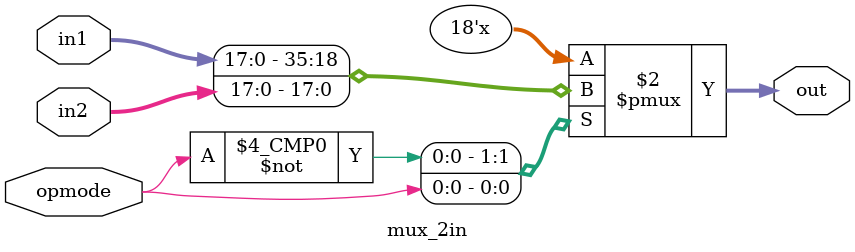
<source format=v>
module mux_2in(in1,in2,opmode,out);
input[17:0]in1,in2;
input opmode;
output reg [17:0]out;

always@(*)begin
 case(opmode)
 2'b00:out=in1;
 2'b01:out=in2;
 endcase
end 
endmodule
</source>
